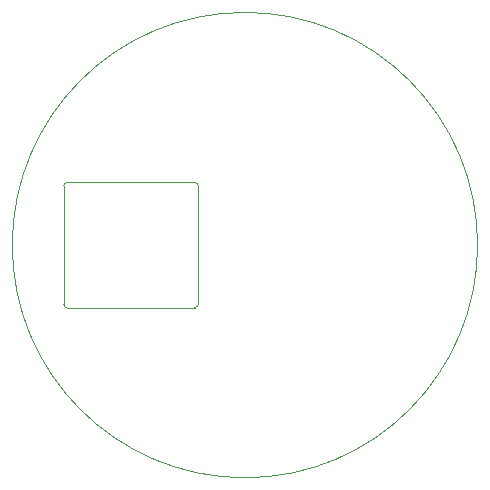
<source format=gbr>
%TF.GenerationSoftware,KiCad,Pcbnew,(6.0.0-0)*%
%TF.CreationDate,2022-03-12T21:46:10+01:00*%
%TF.ProjectId,GlowTubeLEDconnectorB_PCB,476c6f77-5475-4626-954c-4544636f6e6e,rev?*%
%TF.SameCoordinates,Original*%
%TF.FileFunction,Profile,NP*%
%FSLAX46Y46*%
G04 Gerber Fmt 4.6, Leading zero omitted, Abs format (unit mm)*
G04 Created by KiCad (PCBNEW (6.0.0-0)) date 2022-03-12 21:46:10*
%MOMM*%
%LPD*%
G01*
G04 APERTURE LIST*
%TA.AperFunction,Profile*%
%ADD10C,0.100000*%
%TD*%
G04 APERTURE END LIST*
D10*
X88754214Y-72180000D02*
G75*
G03*
X89054214Y-72480000I300000J0D01*
G01*
X123814214Y-67180000D02*
G75*
G03*
X123814214Y-67180000I-19700000J0D01*
G01*
X88754214Y-62180000D02*
X88754214Y-72180000D01*
X100165786Y-72180000D02*
X100165786Y-62180000D01*
X99865786Y-72480000D02*
G75*
G03*
X100165786Y-72180000I0J300000D01*
G01*
X100165786Y-62180000D02*
G75*
G03*
X99865786Y-61880000I-300000J0D01*
G01*
X89054214Y-61880000D02*
G75*
G03*
X88754214Y-62180000I0J-300000D01*
G01*
X89054214Y-72480000D02*
X99865786Y-72480000D01*
X99865786Y-61880000D02*
X89054214Y-61880000D01*
M02*

</source>
